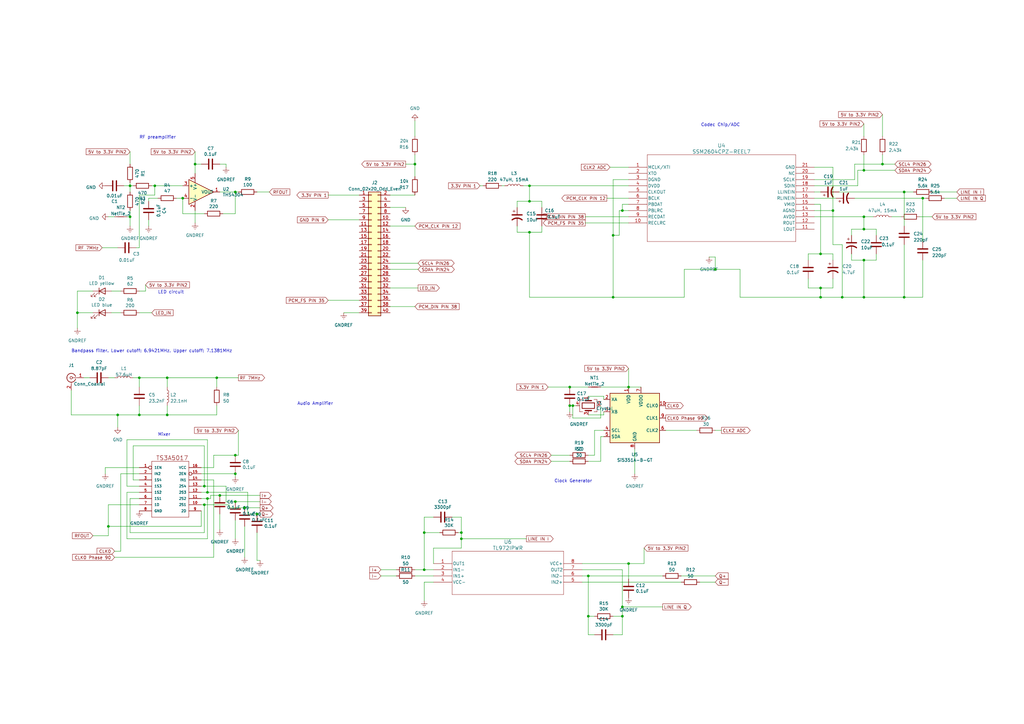
<source format=kicad_sch>
(kicad_sch (version 20230121) (generator eeschema)
  (paper "A3")
  (lib_symbols
    (symbol "2023-05-14_23-19-04:SSM2604CPZ-REEL7" (pin_names (offset 0.254))
      (property "Reference" "U" (at 38.1 10.16 0))
      (property "Value" "SSM2604CPZ-REEL7" (at 38.1 7.62 0))
      (symbol "SSM2604CPZ-REEL7_0_1"
        (pin unspecified line (at 0 0 0) (length 7.62) (name "MCLK/XTI") (number "1"))
        (pin unspecified line (at 0 -22.86 0) (length 7.62) (name "RECLRC") (number "10"))
        (pin unspecified line (at 76.2 -25.4 180) (length 7.62) (name "LOUT") (number "11"))
        (pin unspecified line (at 76.2 -22.86 180) (length 7.62) (name "ROUT") (number "12"))
        (pin power_in line (at 76.2 -20.32 180) (length 7.62) (name "AVDD") (number "13"))
        (pin unspecified line (at 76.2 -17.78 180) (length 7.62) (name "AGND") (number "14"))
        (pin unspecified line (at 76.2 -15.24 180) (length 7.62) (name "VMID") (number "15"))
        (pin unspecified line (at 76.2 -12.7 180) (length 7.62) (name "RLINEIN") (number "16"))
        (pin unspecified line (at 76.2 -10.16 180) (length 7.62) (name "LLINEIN") (number "17"))
        (pin unspecified line (at 76.2 -7.62 180) (length 7.62) (name "SDIN") (number "18"))
        (pin unspecified line (at 76.2 -5.08 180) (length 7.62) (name "SCLK") (number "19"))
        (pin unspecified line (at 0 -2.54 0) (length 7.62) (name "XTO") (number "2"))
        (pin unspecified line (at 76.2 -2.54 180) (length 7.62) (name "NC") (number "20"))
        (pin unspecified line (at 76.2 0 180) (length 7.62) (name "GND") (number "21"))
        (pin unspecified line (at 0 -5.08 0) (length 7.62) (name "DGND") (number "3"))
        (pin power_in line (at 0 -7.62 0) (length 7.62) (name "DVDD") (number "4"))
        (pin unspecified line (at 0 -10.16 0) (length 7.62) (name "CLKOUT") (number "5"))
        (pin unspecified line (at 0 -12.7 0) (length 7.62) (name "BCLK") (number "6"))
        (pin unspecified line (at 0 -15.24 0) (length 7.62) (name "PBDAT") (number "7"))
        (pin unspecified line (at 0 -17.78 0) (length 7.62) (name "PBLRC") (number "8"))
        (pin unspecified line (at 0 -20.32 0) (length 7.62) (name "RECDAT") (number "9"))
      )
    )
    (symbol "2023-05-21_05-51-49:TL972IPWR" (pin_names (offset 0.254))
      (property "Reference" "U" (at 30.48 10.16 0))
      (property "Value" "TL972IPWR" (at 30.48 7.62 0))
      (symbol "TL972IPWR_0_1"
        (pin output line (at 0 0 0) (length 7.62) (name "OUT1") (number "1"))
        (pin input line (at 0 -2.54 0) (length 7.62) (name "IN1-") (number "2"))
        (pin input line (at 0 -5.08 0) (length 7.62) (name "IN1+") (number "3"))
        (pin power_in line (at 0 -7.62 0) (length 7.62) (name "VCC-") (number "4"))
        (pin input line (at 60.96 -7.62 180) (length 7.62) (name "IN2+") (number "5"))
        (pin input line (at 60.96 -5.08 180) (length 7.62) (name "IN2-") (number "6"))
        (pin output line (at 60.96 -2.54 180) (length 7.62) (name "OUT2") (number "7"))
        (pin power_in line (at 60.96 0 180) (length 7.62) (name "VCC+") (number "8"))
      )
    )
    (symbol "Connector:Conn_Coaxial" (pin_names (offset 1.016) hide)
      (property "Reference" "J" (at 0.254 3.048 0))
      (property "Value" "Conn_Coaxial" (at 2.921 0 90))
      (symbol "Conn_Coaxial_1_1"
        (pin passive line (at -5.08 0 0) (length 2.54) (name "In") (number "1"))
        (pin passive line (at 0 -5.08 90) (length 2.54) (name "Ext") (number "2"))
      )
    )
    (symbol "Connector_Generic:Conn_02x20_Odd_Even" (pin_names (offset 1.016) hide)
      (property "Reference" "J" (at 1.27 25.4 0))
      (property "Value" "Conn_02x20_Odd_Even" (at 1.27 -27.94 0))
      (symbol "Conn_02x20_Odd_Even_1_1"
        (pin passive line (at -5.08 22.86 0) (length 3.81) (name "Pin_1") (number "1"))
        (pin passive line (at 7.62 12.7 180) (length 3.81) (name "Pin_10") (number "10"))
        (pin passive line (at -5.08 10.16 0) (length 3.81) (name "Pin_11") (number "11"))
        (pin passive line (at 7.62 10.16 180) (length 3.81) (name "Pin_12") (number "12"))
        (pin passive line (at -5.08 7.62 0) (length 3.81) (name "Pin_13") (number "13"))
        (pin passive line (at 7.62 7.62 180) (length 3.81) (name "Pin_14") (number "14"))
        (pin passive line (at -5.08 5.08 0) (length 3.81) (name "Pin_15") (number "15"))
        (pin passive line (at 7.62 5.08 180) (length 3.81) (name "Pin_16") (number "16"))
        (pin passive line (at -5.08 2.54 0) (length 3.81) (name "Pin_17") (number "17"))
        (pin passive line (at 7.62 2.54 180) (length 3.81) (name "Pin_18") (number "18"))
        (pin passive line (at -5.08 0 0) (length 3.81) (name "Pin_19") (number "19"))
        (pin passive line (at 7.62 22.86 180) (length 3.81) (name "Pin_2") (number "2"))
        (pin passive line (at 7.62 0 180) (length 3.81) (name "Pin_20") (number "20"))
        (pin passive line (at -5.08 -2.54 0) (length 3.81) (name "Pin_21") (number "21"))
        (pin passive line (at 7.62 -2.54 180) (length 3.81) (name "Pin_22") (number "22"))
        (pin passive line (at -5.08 -5.08 0) (length 3.81) (name "Pin_23") (number "23"))
        (pin passive line (at 7.62 -5.08 180) (length 3.81) (name "Pin_24") (number "24"))
        (pin passive line (at -5.08 -7.62 0) (length 3.81) (name "Pin_25") (number "25"))
        (pin passive line (at 7.62 -7.62 180) (length 3.81) (name "Pin_26") (number "26"))
        (pin passive line (at -5.08 -10.16 0) (length 3.81) (name "Pin_27") (number "27"))
        (pin passive line (at 7.62 -10.16 180) (length 3.81) (name "Pin_28") (number "28"))
        (pin passive line (at -5.08 -12.7 0) (length 3.81) (name "Pin_29") (number "29"))
        (pin passive line (at -5.08 20.32 0) (length 3.81) (name "Pin_3") (number "3"))
        (pin passive line (at 7.62 -12.7 180) (length 3.81) (name "Pin_30") (number "30"))
        (pin passive line (at -5.08 -15.24 0) (length 3.81) (name "Pin_31") (number "31"))
        (pin passive line (at 7.62 -15.24 180) (length 3.81) (name "Pin_32") (number "32"))
        (pin passive line (at -5.08 -17.78 0) (length 3.81) (name "Pin_33") (number "33"))
        (pin passive line (at 7.62 -17.78 180) (length 3.81) (name "Pin_34") (number "34"))
        (pin passive line (at -5.08 -20.32 0) (length 3.81) (name "Pin_35") (number "35"))
        (pin passive line (at 7.62 -20.32 180) (length 3.81) (name "Pin_36") (number "36"))
        (pin passive line (at -5.08 -22.86 0) (length 3.81) (name "Pin_37") (number "37"))
        (pin passive line (at 7.62 -22.86 180) (length 3.81) (name "Pin_38") (number "38"))
        (pin passive line (at -5.08 -25.4 0) (length 3.81) (name "Pin_39") (number "39"))
        (pin passive line (at 7.62 20.32 180) (length 3.81) (name "Pin_4") (number "4"))
        (pin passive line (at 7.62 -25.4 180) (length 3.81) (name "Pin_40") (number "40"))
        (pin passive line (at -5.08 17.78 0) (length 3.81) (name "Pin_5") (number "5"))
        (pin passive line (at 7.62 17.78 180) (length 3.81) (name "Pin_6") (number "6"))
        (pin passive line (at -5.08 15.24 0) (length 3.81) (name "Pin_7") (number "7"))
        (pin passive line (at 7.62 15.24 180) (length 3.81) (name "Pin_8") (number "8"))
        (pin passive line (at -5.08 12.7 0) (length 3.81) (name "Pin_9") (number "9"))
      )
    )
    (symbol "Device:C" (pin_numbers hide) (pin_names (offset 0.254))
      (property "Reference" "C" (at 0.635 2.54 0))
      (property "Value" "C" (at 0.635 -2.54 0))
      (symbol "C_1_1"
        (pin passive line (at 0 3.81 270) (length 2.794) (name "~") (number "1"))
        (pin passive line (at 0 -3.81 90) (length 2.794) (name "~") (number "2"))
      )
    )
    (symbol "Device:C_Polarized_US" (pin_numbers hide) (pin_names (offset 0.254) hide)
      (property "Reference" "C" (at 0.635 2.54 0))
      (property "Value" "C_Polarized_US" (at 0.635 -2.54 0))
      (symbol "C_Polarized_US_1_1"
        (pin passive line (at 0 3.81 270) (length 2.794) (name "~") (number "1"))
        (pin passive line (at 0 -3.81 90) (length 3.302) (name "~") (number "2"))
      )
    )
    (symbol "Device:Crystal_GND24" (pin_names (offset 1.016) hide)
      (property "Reference" "Y" (at 3.175 5.08 0))
      (property "Value" "Crystal_GND24" (at 3.175 3.175 0))
      (symbol "Crystal_GND24_1_1"
        (pin passive line (at -3.81 0 0) (length 1.27) (name "1") (number "1"))
        (pin passive line (at 0 5.08 270) (length 1.27) (name "2") (number "2"))
        (pin passive line (at 3.81 0 180) (length 1.27) (name "3") (number "3"))
        (pin passive line (at 0 -5.08 90) (length 1.27) (name "4") (number "4"))
      )
    )
    (symbol "Device:L" (pin_numbers hide) (pin_names (offset 1.016) hide)
      (property "Reference" "L" (at -1.27 0 90))
      (property "Value" "L" (at 1.905 0 90))
      (symbol "L_1_1"
        (pin passive line (at 0 3.81 270) (length 1.27) (name "1") (number "1"))
        (pin passive line (at 0 -3.81 90) (length 1.27) (name "2") (number "2"))
      )
    )
    (symbol "Device:LED" (pin_numbers hide) (pin_names (offset 1.016) hide)
      (property "Reference" "D" (at 0 2.54 0))
      (property "Value" "LED" (at 0 -2.54 0))
      (symbol "LED_1_1"
        (pin passive line (at -3.81 0 0) (length 2.54) (name "K") (number "1"))
        (pin passive line (at 3.81 0 180) (length 2.54) (name "A") (number "2"))
      )
    )
    (symbol "Device:NetTie_2" (pin_numbers hide) (pin_names (offset 0) hide) (in_bom no)
      (property "Reference" "NT" (at 0 1.27 0))
      (property "Value" "NetTie_2" (at 0 -1.27 0))
      (symbol "NetTie_2_1_1"
        (pin passive line (at -2.54 0 0) (length 2.54) (name "1") (number "1"))
        (pin passive line (at 2.54 0 180) (length 2.54) (name "2") (number "2"))
      )
    )
    (symbol "Device:R" (pin_numbers hide) (pin_names (offset 0))
      (property "Reference" "R" (at 2.032 0 90))
      (property "Value" "R" (at 0 0 90))
      (symbol "R_1_1"
        (pin passive line (at 0 3.81 270) (length 1.27) (name "~") (number "1"))
        (pin passive line (at 0 -3.81 90) (length 1.27) (name "~") (number "2"))
      )
    )
    (symbol "Oscillator:Si5351A-B-GT"
      (property "Reference" "U" (at -8.89 11.43 0))
      (property "Value" "Si5351A-B-GT" (at -12.7 -12.7 0))
      (symbol "Si5351A-B-GT_1_1"
        (pin power_in line (at -2.54 12.7 270) (length 2.54) (name "VDD") (number "1"))
        (pin output line (at 12.7 5.08 180) (length 2.54) (name "CLK0") (number "10"))
        (pin input line (at -12.7 7.62 0) (length 2.54) (name "XA") (number "2"))
        (pin input line (at -12.7 2.54 0) (length 2.54) (name "XB") (number "3"))
        (pin input line (at -12.7 -5.08 0) (length 2.54) (name "SCL") (number "4"))
        (pin bidirectional line (at -12.7 -7.62 0) (length 2.54) (name "SDA") (number "5"))
        (pin output line (at 12.7 -5.08 180) (length 2.54) (name "CLK2") (number "6"))
        (pin power_in line (at 2.54 12.7 270) (length 2.54) (name "VDDO") (number "7"))
        (pin power_in line (at 0 -12.7 90) (length 2.54) (name "GND") (number "8"))
        (pin output line (at 12.7 0 180) (length 2.54) (name "CLK1") (number "9"))
      )
    )
    (symbol "bbb-rescue:THS4304-phwllib" (pin_names (offset 0.127))
      (property "Reference" "U" (at 0 6.35 0))
      (property "Value" "THS4304-phwllib" (at 0 3.81 0))
      (symbol "THS4304-phwllib_1_1"
        (pin output line (at 7.62 0 180) (length 2.54) (name "VOUT") (number "1"))
        (pin power_in line (at -2.54 -7.62 90) (length 3.81) (name "V-") (number "2"))
        (pin input line (at -7.62 2.54 0) (length 2.54) (name "+") (number "3"))
        (pin input line (at -7.62 -2.54 0) (length 2.54) (name "-") (number "4"))
        (pin power_in line (at -2.54 7.62 270) (length 3.81) (name "V+") (number "5"))
      )
    )
    (symbol "bbb-rescue:TS3A5017-phwllib" (pin_names (offset 1.016))
      (symbol "TS3A5017-phwllib_1_0"
        (text "TS3A5017" (at 0.762 11.557 0) (effects (font (size 1.778 1.778))))
      )
      (symbol "TS3A5017-phwllib_1_1"
        (pin input inverted (at -12.7 7.62 0) (length 5.08) (name "1EN") (number "1"))
        (pin bidirectional line (at 12.7 -7.62 180) (length 5.08) (name "2S1") (number "10"))
        (pin bidirectional line (at 12.7 -5.08 180) (length 5.08) (name "2S2") (number "11"))
        (pin bidirectional line (at 12.7 -2.54 180) (length 5.08) (name "2S3") (number "12"))
        (pin bidirectional line (at 12.7 0 180) (length 5.08) (name "2S4") (number "13"))
        (pin input line (at 12.7 2.54 180) (length 5.08) (name "IN1") (number "14"))
        (pin input inverted (at 12.7 5.08 180) (length 5.08) (name "2EN") (number "15"))
        (pin power_in line (at 12.7 7.62 180) (length 5.08) (name "VCC") (number "16"))
        (pin input line (at -12.7 5.08 0) (length 5.08) (name "IN2") (number "2"))
        (pin bidirectional line (at -12.7 2.54 0) (length 5.08) (name "1S4") (number "3"))
        (pin bidirectional line (at -12.7 0 0) (length 5.08) (name "1S3") (number "4"))
        (pin bidirectional line (at -12.7 -2.54 0) (length 5.08) (name "1S2") (number "5"))
        (pin bidirectional line (at -12.7 -5.08 0) (length 5.08) (name "1S1") (number "6"))
        (pin bidirectional line (at -12.7 -7.62 0) (length 5.08) (name "1D") (number "7"))
        (pin power_in line (at -12.7 -10.16 0) (length 5.08) (name "GND") (number "8"))
        (pin bidirectional line (at 12.7 -10.16 180) (length 5.08) (name "2D") (number "9"))
      )
    )
    (symbol "power:GND" (power) (pin_names (offset 0))
      (property "Value" "GND" (at 0 -3.81 0))
      (symbol "GND_1_1"
        (pin power_in line (at 0 0 270) (length 0) hide (name "GND") (number "1"))
      )
    )
    (symbol "power:GNDREF" (power) (pin_names (offset 0))
      (property "Value" "GNDREF" (at 0 -3.81 0))
      (symbol "GNDREF_1_1"
        (pin power_in line (at 0 0 270) (length 0) hide (name "GNDREF") (number "1"))
      )
    )
  )
  (junction (at 217.17 95.25))
  (junction (at 173.99 233.68))
  (junction (at 85.09 204.47))
  (junction (at 336.55 118.11))
  (junction (at 96.52 78.74))
  (junction (at 241.3 252.73))
  (junction (at 336.55 104.14))
  (junction (at 85.09 201.93))
  (junction (at 63.5 76.2))
  (junction (at 336.55 121.92))
  (junction (at 80.01 67.31))
  (junction (at 257.81 158.75))
  (junction (at 251.46 121.92))
  (junction (at 31.75 128.27))
  (junction (at 241.3 236.22))
  (junction (at 68.58 154.94))
  (junction (at 345.44 121.92))
  (junction (at 255.27 248.92))
  (junction (at 233.68 158.75))
  (junction (at 354.33 93.98))
  (junction (at 354.33 88.9))
  (junction (at 255.27 86.36))
  (junction (at 83.82 199.39))
  (junction (at 370.84 121.92))
  (junction (at 74.93 81.28))
  (junction (at 173.99 218.44))
  (junction (at 370.84 78.74))
  (junction (at 90.17 203.2))
  (junction (at 105.41 210.82))
  (junction (at 217.17 82.55))
  (junction (at 170.18 67.31))
  (junction (at 189.23 220.98))
  (junction (at 57.15 154.94))
  (junction (at 88.9 154.94))
  (junction (at 378.46 81.28))
  (junction (at 234.95 166.37))
  (junction (at 48.26 170.18))
  (junction (at 96.52 194.31))
  (junction (at 83.82 207.01))
  (junction (at 189.23 218.44))
  (junction (at 57.15 170.18))
  (junction (at 341.63 86.36))
  (junction (at 100.33 208.28))
  (junction (at 354.33 106.68))
  (junction (at 233.68 166.37))
  (junction (at 255.27 252.73))
  (junction (at 354.33 69.85))
  (junction (at 293.37 110.49))
  (junction (at 96.52 186.69))
  (junction (at 96.52 205.74))
  (junction (at 361.95 67.31))
  (junction (at 44.45 215.9))
  (junction (at 354.33 121.92))
  (junction (at 53.34 76.2))
  (junction (at 53.34 88.9))
  (junction (at 217.17 76.2))
  (junction (at 251.46 96.52))
  (junction (at 68.58 170.18))
  (junction (at 257.81 231.14))
  (wire (pts (xy 247.65 168.91) (xy 247.65 170.18)))
  (wire (pts (xy 255.27 233.68) (xy 255.27 248.92)))
  (wire (pts (xy 101.6 201.93) (xy 101.6 210.82)))
  (wire (pts (xy 262.89 158.75) (xy 257.81 158.75)))
  (wire (pts (xy 173.99 212.09) (xy 173.99 218.44)))
  (wire (pts (xy 370.84 121.92) (xy 378.46 121.92)))
  (wire (pts (xy 59.69 116.84) (xy 59.69 119.38)))
  (wire (pts (xy 44.45 88.9) (xy 46.99 88.9)))
  (wire (pts (xy 96.52 205.74) (xy 106.68 205.74)))
  (wire (pts (xy 38.1 219.71) (xy 44.45 219.71)))
  (wire (pts (xy 350.52 67.31) (xy 350.52 73.66)))
  (wire (pts (xy 57.15 201.93) (xy 52.07 201.93)))
  (wire (pts (xy 53.34 218.44) (xy 83.82 218.44)))
  (wire (pts (xy 96.52 213.36) (xy 96.52 220.98)))
  (wire (pts (xy 83.82 87.63) (xy 74.93 87.63)))
  (wire (pts (xy 255.27 248.92) (xy 271.78 248.92)))
  (wire (pts (xy 251.46 121.92) (xy 280.67 121.92)))
  (wire (pts (xy 82.55 199.39) (xy 83.82 199.39)))
  (wire (pts (xy 85.09 201.93) (xy 101.6 201.93)))
  (wire (pts (xy 156.21 233.68) (xy 162.56 233.68)))
  (wire (pts (xy 87.63 191.77) (xy 82.55 191.77)))
  (wire (pts (xy 354.33 50.8) (xy 354.33 55.88)))
  (wire (pts (xy 240.03 88.9) (xy 257.81 88.9)))
  (wire (pts (xy 43.18 191.77) (xy 43.18 194.31)))
  (wire (pts (xy 57.15 170.18) (xy 48.26 170.18)))
  (wire (pts (xy 349.25 106.68) (xy 354.33 106.68)))
  (wire (pts (xy 351.79 69.85) (xy 354.33 69.85)))
  (wire (pts (xy 334.01 81.28) (xy 342.9 81.28)))
  (wire (pts (xy 205.74 76.2) (xy 207.01 76.2)))
  (wire (pts (xy 260.35 184.15) (xy 260.35 194.31)))
  (wire (pts (xy 354.33 106.68) (xy 359.41 106.68)))
  (wire (pts (xy 354.33 88.9) (xy 354.33 93.98)))
  (wire (pts (xy 160.02 110.49) (xy 171.45 110.49)))
  (wire (pts (xy 241.3 260.35) (xy 243.84 260.35)))
  (wire (pts (xy 160.02 80.01) (xy 170.18 80.01)))
  (wire (pts (xy 177.8 224.79) (xy 177.8 231.14)))
  (wire (pts (xy 105.41 78.74) (xy 110.49 78.74)))
  (wire (pts (xy 255.27 86.36) (xy 257.81 86.36)))
  (wire (pts (xy 62.23 76.2) (xy 63.5 76.2)))
  (wire (pts (xy 303.53 121.92) (xy 303.53 110.49)))
  (wire (pts (xy 365.76 88.9) (xy 369.57 88.9)))
  (wire (pts (xy 57.15 80.01) (xy 63.5 80.01)))
  (wire (pts (xy 341.63 118.11) (xy 341.63 114.3)))
  (wire (pts (xy 257.81 231.14) (xy 257.81 237.49)))
  (wire (pts (xy 54.61 154.94) (xy 57.15 154.94)))
  (wire (pts (xy 173.99 218.44) (xy 173.99 233.68)))
  (wire (pts (xy 241.3 236.22) (xy 271.78 236.22)))
  (wire (pts (xy 361.95 63.5) (xy 361.95 67.31)))
  (wire (pts (xy 63.5 80.01) (xy 63.5 76.2)))
  (wire (pts (xy 53.34 62.23) (xy 53.34 67.31)))
  (wire (pts (xy 90.17 78.74) (xy 96.52 78.74)))
  (wire (pts (xy 293.37 110.49) (xy 303.53 110.49)))
  (wire (pts (xy 212.09 85.09) (xy 212.09 82.55)))
  (wire (pts (xy 38.1 128.27) (xy 31.75 128.27)))
  (wire (pts (xy 280.67 121.92) (xy 280.67 110.49)))
  (wire (pts (xy 280.67 110.49) (xy 293.37 110.49)))
  (wire (pts (xy 264.16 224.79) (xy 264.16 231.14)))
  (wire (pts (xy 52.07 199.39) (xy 52.07 180.34)))
  (wire (pts (xy 378.46 81.28) (xy 350.52 81.28)))
  (wire (pts (xy 238.76 233.68) (xy 255.27 233.68)))
  (wire (pts (xy 88.9 154.94) (xy 97.79 154.94)))
  (wire (pts (xy 217.17 95.25) (xy 217.17 121.92)))
  (wire (pts (xy 160.02 92.71) (xy 170.18 92.71)))
  (wire (pts (xy 82.55 201.93) (xy 85.09 201.93)))
  (wire (pts (xy 331.47 114.3) (xy 331.47 118.11)))
  (wire (pts (xy 361.95 67.31) (xy 367.03 67.31)))
  (wire (pts (xy 217.17 95.25) (xy 222.25 95.25)))
  (wire (pts (xy 378.46 81.28) (xy 378.46 99.06)))
  (wire (pts (xy 29.21 170.18) (xy 29.21 160.02)))
  (wire (pts (xy 217.17 82.55) (xy 222.25 82.55)))
  (wire (pts (xy 44.45 207.01) (xy 44.45 215.9)))
  (wire (pts (xy 382.27 78.74) (xy 392.43 78.74)))
  (wire (pts (xy 345.44 121.92) (xy 336.55 121.92)))
  (wire (pts (xy 52.07 88.9) (xy 53.34 88.9)))
  (wire (pts (xy 361.95 46.99) (xy 361.95 55.88)))
  (wire (pts (xy 217.17 76.2) (xy 257.81 76.2)))
  (wire (pts (xy 87.63 186.69) (xy 87.63 191.77)))
  (wire (pts (xy 350.52 67.31) (xy 361.95 67.31)))
  (wire (pts (xy 80.01 62.23) (xy 80.01 67.31)))
  (wire (pts (xy 173.99 218.44) (xy 180.34 218.44)))
  (wire (pts (xy 246.38 158.75) (xy 257.81 158.75)))
  (wire (pts (xy 345.44 100.33) (xy 345.44 121.92)))
  (wire (pts (xy 334.01 86.36) (xy 341.63 86.36)))
  (wire (pts (xy 255.27 248.92) (xy 255.27 252.73)))
  (wire (pts (xy 350.52 73.66) (xy 334.01 73.66)))
  (wire (pts (xy 96.52 87.63) (xy 96.52 78.74)))
  (wire (pts (xy 57.15 154.94) (xy 68.58 154.94)))
  (wire (pts (xy 226.06 186.69) (xy 233.68 186.69)))
  (wire (pts (xy 53.34 204.47) (xy 53.34 218.44)))
  (wire (pts (xy 170.18 236.22) (xy 177.8 236.22)))
  (wire (pts (xy 246.38 189.23) (xy 246.38 179.07)))
  (wire (pts (xy 48.26 170.18) (xy 29.21 170.18)))
  (wire (pts (xy 46.99 226.06) (xy 49.53 226.06)))
  (wire (pts (xy 134.62 90.17) (xy 147.32 90.17)))
  (wire (pts (xy 93.98 207.01) (xy 93.98 208.28)))
  (wire (pts (xy 170.18 67.31) (xy 170.18 72.39)))
  (wire (pts (xy 31.75 119.38) (xy 31.75 128.27)))
  (wire (pts (xy 331.47 118.11) (xy 336.55 118.11)))
  (wire (pts (xy 334.01 88.9) (xy 354.33 88.9)))
  (wire (pts (xy 74.93 87.63) (xy 74.93 81.28)))
  (wire (pts (xy 43.18 191.77) (xy 57.15 191.77)))
  (wire (pts (xy 351.79 76.2) (xy 334.01 76.2)))
  (wire (pts (xy 92.71 205.74) (xy 96.52 205.74)))
  (wire (pts (xy 214.63 76.2) (xy 217.17 76.2)))
  (wire (pts (xy 354.33 121.92) (xy 345.44 121.92)))
  (wire (pts (xy 334.01 78.74) (xy 336.55 78.74)))
  (wire (pts (xy 349.25 96.52) (xy 349.25 93.98)))
  (wire (pts (xy 49.53 194.31) (xy 57.15 194.31)))
  (wire (pts (xy 336.55 104.14) (xy 331.47 104.14)))
  (wire (pts (xy 140.97 128.27) (xy 147.32 128.27)))
  (wire (pts (xy 246.38 166.37) (xy 246.38 171.45)))
  (wire (pts (xy 233.68 158.75) (xy 241.3 158.75)))
  (wire (pts (xy 341.63 106.68) (xy 341.63 104.14)))
  (wire (pts (xy 238.76 238.76) (xy 279.4 238.76)))
  (wire (pts (xy 257.81 151.13) (xy 257.81 158.75)))
  (wire (pts (xy 243.84 176.53) (xy 243.84 186.69)))
  (wire (pts (xy 60.96 90.17) (xy 60.96 92.71)))
  (wire (pts (xy 83.82 207.01) (xy 93.98 207.01)))
  (wire (pts (xy 255.27 252.73) (xy 255.27 260.35)))
  (wire (pts (xy 189.23 218.44) (xy 189.23 220.98)))
  (wire (pts (xy 68.58 154.94) (xy 68.58 158.75)))
  (wire (pts (xy 233.68 166.37) (xy 233.68 168.91)))
  (wire (pts (xy 53.34 76.2) (xy 54.61 76.2)))
  (wire (pts (xy 212.09 95.25) (xy 217.17 95.25)))
  (wire (pts (xy 156.21 236.22) (xy 162.56 236.22)))
  (wire (pts (xy 379.73 81.28) (xy 378.46 81.28)))
  (wire (pts (xy 86.36 204.47) (xy 85.09 204.47)))
  (wire (pts (xy 378.46 106.68) (xy 378.46 121.92)))
  (wire (pts (xy 349.25 93.98) (xy 354.33 93.98)))
  (wire (pts (xy 44.45 219.71) (xy 44.45 215.9)))
  (wire (pts (xy 354.33 63.5) (xy 354.33 69.85)))
  (wire (pts (xy 354.33 121.92) (xy 370.84 121.92)))
  (wire (pts (xy 166.37 67.31) (xy 170.18 67.31)))
  (wire (pts (xy 85.09 180.34) (xy 85.09 201.93)))
  (wire (pts (xy 57.15 128.27) (xy 62.23 128.27)))
  (wire (pts (xy 90.17 210.82) (xy 90.17 217.17)))
  (wire (pts (xy 246.38 171.45) (xy 234.95 171.45)))
  (wire (pts (xy 217.17 76.2) (xy 217.17 82.55)))
  (wire (pts (xy 254 86.36) (xy 254 96.52)))
  (wire (pts (xy 87.63 196.85) (xy 87.63 228.6)))
  (wire (pts (xy 87.63 186.69) (xy 96.52 186.69)))
  (wire (pts (xy 257.81 83.82) (xy 255.27 83.82)))
  (wire (pts (xy 222.25 85.09) (xy 222.25 82.55)))
  (wire (pts (xy 173.99 246.38) (xy 173.99 238.76)))
  (wire (pts (xy 83.82 182.88) (xy 83.82 199.39)))
  (wire (pts (xy 170.18 233.68) (xy 173.99 233.68)))
  (wire (pts (xy 97.79 176.53) (xy 97.79 186.69)))
  (wire (pts (xy 341.63 86.36) (xy 341.63 68.58)))
  (wire (pts (xy 250.19 68.58) (xy 257.81 68.58)))
  (wire (pts (xy 44.45 215.9) (xy 82.55 215.9)))
  (wire (pts (xy 344.17 78.74) (xy 370.84 78.74)))
  (wire (pts (xy 100.33 215.9) (xy 100.33 228.6)))
  (wire (pts (xy 45.72 119.38) (xy 49.53 119.38)))
  (wire (pts (xy 341.63 104.14) (xy 336.55 104.14)))
  (wire (pts (xy 354.33 88.9) (xy 358.14 88.9)))
  (wire (pts (xy 189.23 220.98) (xy 189.23 224.79)))
  (wire (pts (xy 90.17 203.2) (xy 106.68 203.2)))
  (wire (pts (xy 83.82 199.39) (xy 92.71 199.39)))
  (wire (pts (xy 234.95 171.45) (xy 234.95 166.37)))
  (wire (pts (xy 331.47 104.14) (xy 331.47 106.68)))
  (wire (pts (xy 82.55 67.31) (xy 80.01 67.31)))
  (wire (pts (xy 251.46 252.73) (xy 255.27 252.73)))
  (wire (pts (xy 34.29 154.94) (xy 36.83 154.94)))
  (wire (pts (xy 354.33 93.98) (xy 359.41 93.98)))
  (wire (pts (xy 85.09 220.98) (xy 85.09 204.47)))
  (wire (pts (xy 177.8 233.68) (xy 173.99 233.68)))
  (wire (pts (xy 53.34 76.2) (xy 53.34 74.93)))
  (wire (pts (xy 359.41 96.52) (xy 359.41 93.98)))
  (wire (pts (xy 86.36 203.2) (xy 90.17 203.2)))
  (wire (pts (xy 241.3 252.73) (xy 241.3 260.35)))
  (wire (pts (xy 54.61 182.88) (xy 83.82 182.88)))
  (wire (pts (xy 177.8 212.09) (xy 173.99 212.09)))
  (wire (pts (xy 88.9 154.94) (xy 88.9 158.75)))
  (wire (pts (xy 60.96 81.28) (xy 60.96 82.55)))
  (wire (pts (xy 105.41 218.44) (xy 105.41 229.87)))
  (wire (pts (xy 82.55 196.85) (xy 87.63 196.85)))
  (wire (pts (xy 241.3 236.22) (xy 241.3 252.73)))
  (wire (pts (xy 96.52 78.74) (xy 97.79 78.74)))
  (wire (pts (xy 251.46 73.66) (xy 251.46 96.52)))
  (wire (pts (xy 248.92 81.28) (xy 257.81 81.28)))
  (wire (pts (xy 370.84 100.33) (xy 370.84 121.92)))
  (wire (pts (xy 234.95 166.37) (xy 233.68 166.37)))
  (wire (pts (xy 290.83 105.41) (xy 293.37 105.41)))
  (wire (pts (xy 50.8 76.2) (xy 53.34 76.2)))
  (wire (pts (xy 160.02 107.95) (xy 171.45 107.95)))
  (wire (pts (xy 160.02 85.09) (xy 166.37 85.09)))
  (wire (pts (xy 68.58 170.18) (xy 68.58 166.37)))
  (wire (pts (xy 49.53 194.31) (xy 49.53 226.06)))
  (wire (pts (xy 48.26 170.18) (xy 48.26 175.26)))
  (wire (pts (xy 46.99 228.6) (xy 87.63 228.6)))
  (wire (pts (xy 251.46 96.52) (xy 251.46 121.92)))
  (wire (pts (xy 68.58 154.94) (xy 88.9 154.94)))
  (wire (pts (xy 160.02 118.11) (xy 171.45 118.11)))
  (wire (pts (xy 96.52 195.58) (xy 96.52 194.31)))
  (wire (pts (xy 293.37 105.41) (xy 293.37 110.49)))
  (wire (pts (xy 57.15 199.39) (xy 52.07 199.39)))
  (wire (pts (xy 88.9 170.18) (xy 68.58 170.18)))
  (wire (pts (xy 212.09 95.25) (xy 212.09 92.71)))
  (wire (pts (xy 55.88 101.6) (xy 57.15 101.6)))
  (wire (pts (xy 57.15 196.85) (xy 54.61 196.85)))
  (wire (pts (xy 53.34 88.9) (xy 53.34 92.71)))
  (wire (pts (xy 134.62 80.01) (xy 147.32 80.01)))
  (wire (pts (xy 354.33 69.85) (xy 367.03 69.85)))
  (wire (pts (xy 53.34 78.74) (xy 53.34 76.2)))
  (wire (pts (xy 92.71 199.39) (xy 92.71 205.74)))
  (wire (pts (xy 241.3 252.73) (xy 243.84 252.73)))
  (wire (pts (xy 68.58 170.18) (xy 57.15 170.18)))
  (wire (pts (xy 53.34 86.36) (xy 53.34 88.9)))
  (wire (pts (xy 105.41 229.87) (xy 106.68 229.87)))
  (wire (pts (xy 196.85 76.2) (xy 198.12 76.2)))
  (wire (pts (xy 82.55 194.31) (xy 96.52 194.31)))
  (wire (pts (xy 57.15 101.6) (xy 57.15 80.01)))
  (wire (pts (xy 52.07 201.93) (xy 52.07 220.98)))
  (wire (pts (xy 31.75 128.27) (xy 31.75 134.62)))
  (wire (pts (xy 185.42 212.09) (xy 189.23 212.09)))
  (wire (pts (xy 49.53 128.27) (xy 45.72 128.27)))
  (wire (pts (xy 92.71 67.31) (xy 92.71 68.58)))
  (wire (pts (xy 173.99 238.76) (xy 177.8 238.76)))
  (wire (pts (xy 57.15 119.38) (xy 59.69 119.38)))
  (wire (pts (xy 74.93 81.28) (xy 72.39 81.28)))
  (wire (pts (xy 241.3 186.69) (xy 243.84 186.69)))
  (wire (pts (xy 354.33 106.68) (xy 354.33 121.92)))
  (wire (pts (xy 189.23 220.98) (xy 215.9 220.98)))
  (wire (pts (xy 38.1 119.38) (xy 31.75 119.38)))
  (wire (pts (xy 254 86.36) (xy 255.27 86.36)))
  (wire (pts (xy 351.79 69.85) (xy 351.79 76.2)))
  (wire (pts (xy 106.68 210.82) (xy 105.41 210.82)))
  (wire (pts (xy 257.81 231.14) (xy 264.16 231.14)))
  (wire (pts (xy 97.79 186.69) (xy 96.52 186.69)))
  (wire (pts (xy 64.77 81.28) (xy 60.96 81.28)))
  (wire (pts (xy 57.15 154.94) (xy 57.15 158.75)))
  (wire (pts (xy 336.55 83.82) (xy 336.55 104.14)))
  (wire (pts (xy 251.46 96.52) (xy 254 96.52)))
  (wire (pts (xy 370.84 78.74) (xy 374.65 78.74)))
  (wire (pts (xy 100.33 208.28) (xy 106.68 208.28)))
  (wire (pts (xy 63.5 76.2) (xy 74.93 76.2)))
  (wire (pts (xy 170.18 63.5) (xy 170.18 67.31)))
  (wire (pts (xy 341.63 100.33) (xy 345.44 100.33)))
  (wire (pts (xy 293.37 176.53) (xy 295.91 176.53)))
  (wire (pts (xy 177.8 224.79) (xy 189.23 224.79)))
  (wire (pts (xy 222.25 92.71) (xy 222.25 95.25)))
  (wire (pts (xy 336.55 83.82) (xy 334.01 83.82)))
  (wire (pts (xy 189.23 212.09) (xy 189.23 218.44)))
  (wire (pts (xy 52.07 220.98) (xy 85.09 220.98)))
  (wire (pts (xy 91.44 87.63) (xy 96.52 87.63)))
  (wire (pts (xy 41.91 101.6) (xy 48.26 101.6)))
  (wire (pts (xy 359.41 104.14) (xy 359.41 106.68)))
  (wire (pts (xy 57.15 204.47) (xy 53.34 204.47)))
  (wire (pts (xy 377.19 88.9) (xy 382.27 88.9)))
  (wire (pts (xy 241.3 189.23) (xy 246.38 189.23)))
  (wire (pts (xy 93.98 208.28) (xy 100.33 208.28)))
  (wire (pts (xy 82.55 207.01) (xy 83.82 207.01)))
  (wire (pts (xy 336.55 118.11) (xy 341.63 118.11)))
  (wire (pts (xy 212.09 82.55) (xy 217.17 82.55)))
  (wire (pts (xy 80.01 67.31) (xy 80.01 71.12)))
  (wire (pts (xy 336.55 121.92) (xy 336.55 118.11)))
  (wire (pts (xy 54.61 196.85) (xy 54.61 182.88)))
  (wire (pts (xy 52.07 180.34) (xy 85.09 180.34)))
  (wire (pts (xy 251.46 260.35) (xy 255.27 260.35)))
  (wire (pts (xy 224.79 158.75) (xy 233.68 158.75)))
  (wire (pts (xy 160.02 125.73) (xy 170.18 125.73)))
  (wire (pts (xy 341.63 68.58) (xy 334.01 68.58)))
  (wire (pts (xy 170.18 55.88) (xy 170.18 49.53)))
  (wire (pts (xy 134.62 123.19) (xy 147.32 123.19)))
  (wire (pts (xy 46.99 154.94) (xy 44.45 154.94)))
  (wire (pts (xy 387.35 81.28) (xy 392.43 81.28)))
  (wire (pts (xy 90.17 67.31) (xy 92.71 67.31)))
  (wire (pts (xy 247.65 162.56) (xy 247.65 163.83)))
  (wire (pts (xy 287.02 238.76) (xy 293.37 238.76)))
  (wire (pts (xy 246.38 179.07) (xy 247.65 179.07)))
  (wire (pts (xy 217.17 121.92) (xy 251.46 121.92)))
  (wire (pts (xy 57.15 207.01) (xy 44.45 207.01)))
  (wire (pts (xy 101.6 210.82) (xy 105.41 210.82)))
  (wire (pts (xy 80.01 91.44) (xy 80.01 86.36)))
  (wire (pts (xy 86.36 203.2) (xy 86.36 204.47)))
  (wire (pts (xy 88.9 166.37) (xy 88.9 170.18)))
  (wire (pts (xy 243.84 176.53) (xy 247.65 176.53)))
  (wire (pts (xy 370.84 78.74) (xy 370.84 92.71)))
  (wire (pts (xy 238.76 231.14) (xy 257.81 231.14)))
  (wire (pts (xy 240.03 91.44) (xy 257.81 91.44)))
  (wire (pts (xy 187.96 218.44) (xy 189.23 218.44)))
  (wire (pts (xy 341.63 86.36) (xy 341.63 100.33)))
  (wire (pts (xy 255.27 83.82) (xy 255.27 86.36)))
  (wire (pts (xy 247.65 170.18) (xy 241.3 170.18)))
  (wire (pts (xy 82.55 215.9) (xy 82.55 209.55)))
  (wire (pts (xy 85.09 204.47) (xy 82.55 204.47)))
  (wire (pts (xy 241.3 236.22) (xy 238.76 236.22)))
  (wire (pts (xy 336.55 121.92) (xy 303.53 121.92)))
  (wire (pts (xy 236.22 166.37) (xy 234.95 166.37)))
  (wire (pts (xy 349.25 106.68) (xy 349.25 104.14)))
  (wire (pts (xy 257.81 73.66) (xy 251.46 73.66)))
  (wire (pts (xy 226.06 189.23) (xy 233.68 189.23)))
  (wire (pts (xy 285.75 176.53) (xy 273.05 176.53)))
  (wire (pts (xy 241.3 162.56) (xy 247.65 162.56)))
  (wire (pts (xy 57.15 170.18) (xy 57.15 166.37)))
  (wire (pts (xy 83.82 218.44) (xy 83.82 207.01)))
  (wire (pts (xy 279.4 236.22) (xy 293.37 236.22)))
  (text "Codec Chip/ADC" (at 303.53 52.07 0) (effects (font (size 1.27 1.27)) (justify right bottom)))
  (text "Audio Amplifier" (at 121.92 166.37 0) (effects (font (size 1.27 1.27)) (justify left bottom)))
  (text "Clock Generator" (at 227.33 198.12 0) (effects (font (size 1.27 1.27)) (justify left bottom)))
  (text "RF preamplifier" (at 57.15 57.15 0) (effects (font (size 1.27 1.27)) (justify left bottom)))
  (text "LED circuit" (at 64.77 120.65 0) (effects (font (size 1.27 1.27)) (justify left bottom)))
  (text "Mixer" (at 64.77 179.07 0) (effects (font (size 1.27 1.27)) (justify left bottom)))
  (text "Bandpass filter. Lower cutoff: 6.9421MHz. Upper cutoff: 7.1381MHz" (at 95.25 144.78 0) (effects (font (size 1.27 1.27)) (justify right bottom)))
  (global_label "5V to 3.3V PIN2" (shape input) (at 97.79 176.53 180) (property "Intersheetrefs" "${INTERSHEET_REFS}" (effects hide)))
  (global_label "RFOUT" (shape input) (at 110.49 78.74 0) (property "Intersheetrefs" "${INTERSHEET_REFS}" (effects hide)))
  (global_label "SDA4 PIN24" (shape bidirectional) (at 226.06 189.23 180) (property "Intersheetrefs" "${INTERSHEET_REFS}" (effects hide)))
  (global_label "LINE IN Q" (shape input) (at 392.43 81.28 0) (property "Intersheetrefs" "${INTERSHEET_REFS}" (effects hide)))
  (global_label "LED_IN" (shape input) (at 62.23 128.27 0) (property "Intersheetrefs" "${INTERSHEET_REFS}" (effects hide)))
  (global_label "LED_IN" (shape output) (at 171.45 118.11 0) (property "Intersheetrefs" "${INTERSHEET_REFS}" (effects hide)))
  (global_label "Q-" (shape input) (at 293.37 238.76 0) (property "Intersheetrefs" "${INTERSHEET_REFS}" (effects hide)))
  (global_label "Q-" (shape output) (at 106.68 210.82 0) (property "Intersheetrefs" "${INTERSHEET_REFS}" (effects hide)))
  (global_label "LINE IN Q" (shape output) (at 271.78 248.92 0) (property "Intersheetrefs" "${INTERSHEET_REFS}" (effects hide)))
  (global_label "SCL4 PIN26" (shape bidirectional) (at 367.03 67.31 0) (property "Intersheetrefs" "${INTERSHEET_REFS}" (effects hide)))
  (global_label "3.3V PIN 1" (shape input) (at 196.85 76.2 180) (property "Intersheetrefs" "${INTERSHEET_REFS}" (effects hide)))
  (global_label "Q+" (shape input) (at 293.37 236.22 0) (property "Intersheetrefs" "${INTERSHEET_REFS}" (effects hide)))
  (global_label "PCM_CLK PIN 12" (shape output) (at 248.92 81.28 180) (property "Intersheetrefs" "${INTERSHEET_REFS}" (effects hide)))
  (global_label "I-" (shape input) (at 156.21 236.22 180) (property "Intersheetrefs" "${INTERSHEET_REFS}" (effects hide)))
  (global_label "PCM_CLK PIN 12" (shape input) (at 170.18 92.71 0) (property "Intersheetrefs" "${INTERSHEET_REFS}" (effects hide)))
  (global_label "PCM_FS PIN 35" (shape input) (at 134.62 123.19 180) (property "Intersheetrefs" "${INTERSHEET_REFS}" (effects hide)))
  (global_label "CLK0" (shape output) (at 273.05 166.37 0) (property "Intersheetrefs" "${INTERSHEET_REFS}" (effects hide)))
  (global_label "RFOUT" (shape input) (at 38.1 219.71 180) (property "Intersheetrefs" "${INTERSHEET_REFS}" (effects hide)))
  (global_label "RF 7MHz" (shape input) (at 41.91 101.6 180) (property "Intersheetrefs" "${INTERSHEET_REFS}" (effects hide)))
  (global_label "5V to 3.3V PIN2" (shape output) (at 166.37 67.31 180) (property "Intersheetrefs" "${INTERSHEET_REFS}" (effects hide)))
  (global_label "I+" (shape input) (at 156.21 233.68 180) (property "Intersheetrefs" "${INTERSHEET_REFS}" (effects hide)))
  (global_label "CLK2 ADC" (shape output) (at 295.91 176.53 0) (property "Intersheetrefs" "${INTERSHEET_REFS}" (effects hide)))
  (global_label "CLK0 Phase 90" (shape output) (at 273.05 171.45 0) (property "Intersheetrefs" "${INTERSHEET_REFS}" (effects hide)))
  (global_label "PCM_DIN PIN 38" (shape output) (at 240.03 88.9 180) (property "Intersheetrefs" "${INTERSHEET_REFS}" (effects hide)))
  (global_label "SCL4 PIN26" (shape bidirectional) (at 226.06 186.69 180) (property "Intersheetrefs" "${INTERSHEET_REFS}" (effects hide)))
  (global_label "5V to 3.3V PIN2" (shape input) (at 264.16 224.79 0) (property "Intersheetrefs" "${INTERSHEET_REFS}" (effects hide)))
  (global_label "PCM_FS PIN 35" (shape output) (at 240.03 91.44 180) (property "Intersheetrefs" "${INTERSHEET_REFS}" (effects hide)))
  (global_label "SDA4 PIN24" (shape bidirectional) (at 367.03 69.85 0) (property "Intersheetrefs" "${INTERSHEET_REFS}" (effects hide)))
  (global_label "Q+" (shape output) (at 106.68 208.28 0) (property "Intersheetrefs" "${INTERSHEET_REFS}" (effects hide)))
  (global_label "5V to 3.3V PIN2" (shape input) (at 80.01 62.23 180) (property "Intersheetrefs" "${INTERSHEET_REFS}" (effects hide)))
  (global_label "I+" (shape output) (at 106.68 203.2 0) (property "Intersheetrefs" "${INTERSHEET_REFS}" (effects hide)))
  (global_label "PCM_DIN PIN 38" (shape input) (at 170.18 125.73 0) (property "Intersheetrefs" "${INTERSHEET_REFS}" (effects hide)))
  (global_label "SCL4 PIN26" (shape bidirectional) (at 171.45 107.95 0) (property "Intersheetrefs" "${INTERSHEET_REFS}" (effects hide)))
  (global_label "5V to 3.3V PIN2" (shape input) (at 382.27 88.9 0) (property "Intersheetrefs" "${INTERSHEET_REFS}" (effects hide)))
  (global_label "5V to 3.3V PIN2" (shape input) (at 354.33 50.8 180) (property "Intersheetrefs" "${INTERSHEET_REFS}" (effects hide)))
  (global_label "5V to 3.3V PIN2" (shape input) (at 257.81 151.13 180) (property "Intersheetrefs" "${INTERSHEET_REFS}" (effects hide)))
  (global_label "3.3V PIN 1" (shape input) (at 224.79 158.75 180) (property "Intersheetrefs" "${INTERSHEET_REFS}" (effects hide)))
  (global_label "I-" (shape output) (at 106.68 205.74 0) (property "Intersheetrefs" "${INTERSHEET_REFS}" (effects hide)))
  (global_label "CLK2 ADC" (shape input) (at 250.19 68.58 180) (property "Intersheetrefs" "${INTERSHEET_REFS}" (effects hide)))
  (global_label "LINE IN I" (shape input) (at 392.43 78.74 0) (property "Intersheetrefs" "${INTERSHEET_REFS}" (effects hide)))
  (global_label "5V to 3.3V PIN2" (shape input) (at 361.95 46.99 180) (property "Intersheetrefs" "${INTERSHEET_REFS}" (effects hide)))
  (global_label "3.3V PIN 1" (shape output) (at 134.62 80.01 180) (property "Intersheetrefs" "${INTERSHEET_REFS}" (effects hide)))
  (global_label "GND PIN 9" (shape input) (at 134.62 90.17 180) (property "Intersheetrefs" "${INTERSHEET_REFS}" (effects hide)))
  (global_label "SDA4 PIN24" (shape bidirectional) (at 171.45 110.49 0) (property "Intersheetrefs" "${INTERSHEET_REFS}" (effects hide)))
  (global_label "LINE IN I" (shape output) (at 215.9 220.98 0) (property "Intersheetrefs" "${INTERSHEET_REFS}" (effects hide)))
  (global_label "CLK0 Phase 90" (shape input) (at 46.99 228.6 180) (property "Intersheetrefs" "${INTERSHEET_REFS}" (effects hide)))
  (global_label "5V to 3.3V PIN2" (shape input) (at 59.69 116.84 0) (property "Intersheetrefs" "${INTERSHEET_REFS}" (effects hide)))
  (global_label "5V to 3.3V PIN2" (shape input) (at 53.34 62.23 180) (property "Intersheetrefs" "${INTERSHEET_REFS}" (effects hide)))
  (global_label "RF 7MHz" (shape output) (at 97.79 154.94 0) (property "Intersheetrefs" "${INTERSHEET_REFS}" (effects hide)))
  (global_label "CLK0" (shape input) (at 46.99 226.06 180) (property "Intersheetrefs" "${INTERSHEET_REFS}" (effects hide)))
  (symbol (lib_id "Device:C") (at 257.81 241.3 0) (unit 1)
    (property "Reference" "C12" (at 260.731 240.1316 0) (effects (justify left)))
    (property "Value" "0.1uF" (at 260.731 242.443 0) (effects (justify left)))
    (property "Footprint" "Capacitor_SMD:C_1206_3216Metric" (effects hide))
    (property "Type" "CC0805KRX7R9BB104" (effects hide))
  )
  (symbol (lib_id "2023-05-21_05-51-49:TL972IPWR") (at 177.8 231.14 0) (unit 1)
    (property "Reference" "U6" (at 208.28 222.25 0) (effects (font (size 1.524 1.524))))
    (property "Value" "TL972IPWR" (at 208.28 224.79 0) (effects (font (size 1.524 1.524))))
    (property "Footprint" "opamp_adc:PW8" (effects hide))
    (property "Datasheet" "TL972IPWR" (effects hide))
  )
  (symbol (lib_id "Device:R") (at 53.34 82.55 180) (unit 1)
    (property "Reference" "R2" (at 58.5978 82.55 90))
    (property "Value" "470" (at 56.2864 82.55 90))
    (property "Footprint" "Resistor_SMD:R_1206_3216Metric" (effects hide))
    (property "Type" "TC0525F4700T5E" (effects hide))
  )
  (symbol (lib_id "Device:C") (at 331.47 110.49 0) (unit 1)
    (property "Reference" "C18" (at 323.85 109.22 0) (effects (justify left)))
    (property "Value" "0.1uF" (at 322.58 111.76 0) (effects (justify left)))
    (property "Footprint" "Capacitor_SMD:C_1206_3216Metric" (effects hide))
  )
  (symbol (lib_id "Device:C_Polarized_US") (at 340.36 78.74 90) (unit 1)
    (property "Reference" "C19" (at 339.725 72.39 90))
    (property "Value" "1uF" (at 339.725 74.93 90))
    (property "Footprint" "Capacitor_SMD:C_1206_3216Metric" (effects hide))
  )
  (symbol (lib_id "Device:R") (at 237.49 189.23 90) (unit 1)
    (property "Reference" "R20" (at 237.49 184.15 90))
    (property "Value" "30" (at 237.49 186.69 90))
    (property "Footprint" "Resistor_SMD:R_1206_3216Metric" (effects hide))
  )
  (symbol (lib_id "Device:R") (at 354.33 59.69 0) (unit 1)
    (property "Reference" "R21" (at 349.25 58.42 0) (effects (justify left)))
    (property "Value" "2.43k" (at 346.71 60.96 0) (effects (justify left)))
    (property "Footprint" "Resistor_SMD:R_1206_3216Metric" (effects hide))
  )
  (symbol (lib_id "Device:R") (at 289.56 176.53 90) (unit 1)
    (property "Reference" "R26" (at 289.56 171.45 90))
    (property "Value" "30" (at 289.56 173.99 90))
    (property "Footprint" "Resistor_SMD:R_1206_3216Metric" (effects hide))
  )
  (symbol (lib_id "Device:C") (at 100.33 212.09 0) (unit 1)
    (property "Reference" "C10" (at 103.251 210.9216 0) (effects (justify left)))
    (property "Value" "0.1uF" (at 103.251 213.233 0) (effects (justify left)))
    (property "Footprint" "Capacitor_SMD:C_1206_3216Metric" (effects hide))
    (property "Type" "CC0805KRX7R9BB104" (effects hide))
  )
  (symbol (lib_id "Device:C") (at 247.65 260.35 270) (unit 1)
    (property "Reference" "C14" (at 247.65 253.9492 90))
    (property "Value" "3300pF" (at 247.65 256.2606 90))
    (property "Footprint" "Capacitor_SMD:C_1206_3216Metric" (effects hide))
    (property "Type" "CL21B332KBANNNC" (effects hide))
  )
  (symbol (lib_id "power:GNDREF") (at 100.33 228.6 0) (unit 1)
    (property "Reference" "#PWR015" (effects hide))
    (property "Value" "GNDREF" (at 100.33 233.68 0))
  )
  (symbol (lib_id "power:GNDREF") (at 173.99 246.38 0) (unit 1)
    (property "Reference" "#PWR021" (effects hide))
    (property "Value" "GNDREF" (at 173.99 251.46 0))
  )
  (symbol (lib_id "Device:R") (at 378.46 78.74 270) (unit 1)
    (property "Reference" "R24" (at 378.46 73.66 90))
    (property "Value" "5.6k" (at 378.46 76.2 90))
    (property "Footprint" "Resistor_SMD:R_1206_3216Metric" (effects hide))
  )
  (symbol (lib_id "power:GNDREF") (at 257.81 245.11 0) (unit 1)
    (property "Reference" "#PWR019" (effects hide))
    (property "Value" "GNDREF" (at 257.81 250.19 0))
  )
  (symbol (lib_id "Device:C") (at 96.52 190.5 0) (unit 1)
    (property "Reference" "C8" (at 99.441 189.3316 0) (effects (justify left)))
    (property "Value" "0.1uF" (at 99.441 191.643 0) (effects (justify left)))
    (property "Footprint" "Capacitor_SMD:C_1206_3216Metric" (effects hide))
    (property "Type" "CC0805KRX7R9BB104" (effects hide))
  )
  (symbol (lib_id "power:GNDREF") (at 96.52 220.98 0) (unit 1)
    (property "Reference" "#PWR013" (effects hide))
    (property "Value" "GNDREF" (at 96.52 226.06 0))
  )
  (symbol (lib_id "Device:LED") (at 41.91 128.27 0) (unit 1)
    (property "Reference" "D2" (at 41.7322 122.7582 0))
    (property "Value" "LED blue" (at 41.7322 125.0696 0))
    (property "Footprint" "Diode_SMD:D_1206_3216Metric" (effects hide))
    (property "Type" "19-217/BHC-ZL1M2RY/3T" (effects hide))
  )
  (symbol (lib_id "bbb-rescue:TS3A5017-phwllib") (at 69.85 199.39 0) (unit 1)
    (property "Reference" "U1" (effects hide))
    (property "Value" "TS3A5017" (effects hide))
    (property "Footprint" "Package_SO:SOIC-16_3.9x9.9mm_P1.27mm" (effects hide))
    (property "Type" "TS3A5017DR" (effects hide))
  )
  (symbol (lib_id "Device:R") (at 275.59 236.22 270) (unit 1)
    (property "Reference" "R13" (at 275.59 231.14 90))
    (property "Value" "50" (at 275.59 233.68 90))
    (property "Footprint" "Resistor_SMD:R_1206_3216Metric" (effects hide))
  )
  (symbol (lib_id "power:GNDREF") (at 260.35 194.31 0) (unit 1)
    (property "Reference" "#PWR026" (effects hide))
    (property "Value" "GNDREF" (at 260.35 199.39 0))
  )
  (symbol (lib_id "Device:R") (at 361.95 59.69 0) (unit 1)
    (property "Reference" "R22" (at 364.49 59.055 0) (effects (justify left)))
    (property "Value" "2.43k" (at 364.49 61.595 0) (effects (justify left)))
    (property "Footprint" "Resistor_SMD:R_1206_3216Metric" (effects hide))
  )
  (symbol (lib_id "power:GNDREF") (at 233.68 168.91 0) (unit 1)
    (property "Reference" "#PWR024" (effects hide))
    (property "Value" "GNDREF" (at 237.49 173.99 0))
  )
  (symbol (lib_id "power:GNDREF") (at 80.01 91.44 0) (unit 1)
    (property "Reference" "#PWR010" (effects hide))
    (property "Value" "GNDREF" (at 80.01 96.52 0))
  )
  (symbol (lib_id "Device:C_Polarized_US") (at 212.09 88.9 0) (unit 1)
    (property "Reference" "C15" (at 215.9 87.63 0) (effects (justify left)))
    (property "Value" "10uF" (at 215.9 90.17 0) (effects (justify left)))
    (property "Footprint" "Capacitor_SMD:C_1206_3216Metric" (effects hide))
  )
  (symbol (lib_id "bbb-rescue:THS4304-phwllib") (at 82.55 78.74 0) (unit 1)
    (property "Reference" "U2" (at 91.2876 77.5716 0) (effects (justify left)))
    (property "Value" "THS4304" (at 91.2876 79.883 0) (effects (justify left)))
    (property "Footprint" "Package_TO_SOT_SMD:SOT-23-5" (effects hide))
    (property "Type" "THS4304DBVT" (effects hide))
  )
  (symbol (lib_id "Connector:Conn_Coaxial") (at 29.21 154.94 0) (mirror y) (unit 1)
    (property "Reference" "J1" (at 30.48 149.86 0) (effects (justify left)))
    (property "Value" "Conn_Coaxial" (at 43.18 157.48 0) (effects (justify left)))
    (property "Footprint" "Connector_Coaxial:SMA_Amphenol_132289_EdgeMount" (effects hide))
    (property "Datasheet" " ~" (effects hide))
  )
  (symbol (lib_id "Device:C") (at 222.25 88.9 180) (unit 1)
    (property "Reference" "C16" (at 227.33 86.36 0) (effects (justify left)))
    (property "Value" "0.1uF" (at 229.87 88.9 0) (effects (justify left)))
    (property "Footprint" "Capacitor_SMD:C_1206_3216Metric" (effects hide))
  )
  (symbol (lib_id "Device:R") (at 53.34 71.12 180) (unit 1)
    (property "Reference" "R1" (at 58.5978 71.12 90))
    (property "Value" "470" (at 56.2864 71.12 90))
    (property "Footprint" "Resistor_SMD:R_1206_3216Metric" (effects hide))
    (property "Type" "TC0525F4700T5E" (effects hide))
  )
  (symbol (lib_id "Device:C") (at 40.64 154.94 90) (unit 1)
    (property "Reference" "C2" (at 40.64 148.59 90))
    (property "Value" "8.87pF" (at 40.64 151.13 90))
    (property "Footprint" "Capacitor_SMD:C_1206_3216Metric" (effects hide))
  )
  (symbol (lib_id "Device:R") (at 201.93 76.2 90) (unit 1)
    (property "Reference" "R18" (at 201.93 71.12 90))
    (property "Value" "220" (at 201.93 73.66 90))
    (property "Footprint" "Resistor_SMD:R_1206_3216Metric" (effects hide))
  )
  (symbol (lib_id "power:GNDREF") (at 140.97 128.27 0) (unit 1)
    (property "Reference" "#PWR018" (effects hide))
    (property "Value" "GNDREF" (at 140.97 133.35 0))
  )
  (symbol (lib_id "Device:R") (at 373.38 88.9 90) (unit 1)
    (property "Reference" "R23" (at 373.38 83.82 90))
    (property "Value" "220" (at 373.38 86.36 90))
    (property "Footprint" "Resistor_SMD:R_1206_3216Metric" (effects hide))
  )
  (symbol (lib_id "Device:R") (at 166.37 236.22 270) (unit 1)
    (property "Reference" "R11" (at 166.37 233.68 90))
    (property "Value" "50" (at 166.37 238.76 90))
    (property "Footprint" "Resistor_SMD:R_1206_3216Metric" (effects hide))
  )
  (symbol (lib_id "power:GNDREF") (at 43.18 194.31 0) (unit 1)
    (property "Reference" "#PWR01" (effects hide))
    (property "Value" "GNDREF" (at 43.18 199.39 0))
  )
  (symbol (lib_id "Device:C") (at 57.15 162.56 0) (unit 1)
    (property "Reference" "C5" (at 60.96 161.925 0) (effects (justify left)))
    (property "Value" "23.2nF" (at 60.96 164.465 0) (effects (justify left)))
    (property "Footprint" "Capacitor_SMD:C_1206_3216Metric" (effects hide))
  )
  (symbol (lib_id "Device:L") (at 210.82 76.2 90) (unit 1)
    (property "Reference" "L3" (at 210.82 71.12 90))
    (property "Value" "47uH, 15mA" (at 210.82 73.66 90))
    (property "Footprint" "Inductor_SMD:L_1206_3216Metric" (effects hide))
  )
  (symbol (lib_id "power:GNDREF") (at 92.71 68.58 0) (unit 1)
    (property "Reference" "#PWR014" (effects hide))
    (property "Value" "GNDREF" (at 92.71 73.66 0))
  )
  (symbol (lib_id "power:GND") (at 166.37 85.09 0) (unit 1)
    (property "Reference" "#PWR09" (effects hide))
    (property "Value" "GND" (at 166.37 90.17 0))
  )
  (symbol (lib_id "Device:R") (at 247.65 252.73 270) (unit 1)
    (property "Reference" "R15" (at 247.65 247.4722 90))
    (property "Value" "30K" (at 247.65 249.7836 90))
    (property "Footprint" "Resistor_SMD:R_1206_3216Metric" (effects hide))
    (property "Type" "TC0525D1002T5E" (effects hide))
  )
  (symbol (lib_id "Device:C") (at 181.61 212.09 270) (unit 1)
    (property "Reference" "C13" (at 181.61 205.6892 90))
    (property "Value" "3300pF" (at 181.61 208.0006 90))
    (property "Footprint" "Capacitor_SMD:C_1206_3216Metric" (effects hide))
    (property "Type" "CL21B332KBANNNC" (effects hide))
  )
  (symbol (lib_id "power:GNDREF") (at 57.15 209.55 0) (unit 1)
    (property "Reference" "#PWR05" (effects hide))
    (property "Value" "GNDREF" (at 57.15 214.63 0))
  )
  (symbol (lib_id "Device:L") (at 361.95 88.9 90) (unit 1)
    (property "Reference" "L4" (at 361.95 83.82 90))
    (property "Value" "47uH, 15mA" (at 361.95 86.36 90))
    (property "Footprint" "Inductor_SMD:L_1206_3216Metric" (effects hide))
  )
  (symbol (lib_id "power:GNDREF") (at 53.34 92.71 0) (unit 1)
    (property "Reference" "#PWR06" (effects hide))
    (property "Value" "GNDREF" (at 53.34 97.79 0))
  )
  (symbol (lib_id "power:GND") (at 170.18 49.53 180) (unit 1)
    (property "Reference" "#PWR022" (effects hide))
    (property "Value" "GND" (at 170.18 44.45 0))
  )
  (symbol (lib_id "Oscillator:Si5351A-B-GT") (at 260.35 171.45 0) (unit 1)
    (property "Reference" "U5" (at 260.35 186.4106 0))
    (property "Value" "Si5351A-B-GT" (at 260.35 188.722 0))
    (property "Footprint" "Package_SO:MSOP-10_3x3mm_P0.5mm" (effects hide))
    (property "Datasheet" "https://www.silabs.com/documents/public/data-sheets/Si5351-B.pdf" (effects hide))
    (property "Type" "Si5351A-B-GT" (effects hide))
  )
  (symbol (lib_id "Device:LED") (at 41.91 119.38 0) (unit 1)
    (property "Reference" "D1" (at 41.7322 113.8682 0))
    (property "Value" "LED yellow" (at 41.7322 116.1796 0))
    (property "Footprint" "Diode_SMD:D_1206_3216Metric" (effects hide))
    (property "Datasheet" "https://datasheet.lcsc.com/szlcsc/Everlight-Elec-19-213-Y2C-CQ2R2L-3T-CY_C72038.pdf" (effects hide))
    (property "Type" "19-213/Y2C-CQ2R2L/3T(CY)" (effects hide))
  )
  (symbol (lib_id "Device:NetTie_2") (at 49.53 88.9 0) (unit 1) (in_bom no)
    (property "Reference" "NT2" (at 49.53 85.09 0))
    (property "Value" "NetTie_2" (at 49.53 87.63 0))
    (property "Footprint" "NetTie:NetTie-2_SMD_Pad0.5mm" (effects hide))
  )
  (symbol (lib_id "Device:C") (at 370.84 96.52 0) (unit 1)
    (property "Reference" "C24" (at 374.65 95.885 0) (effects (justify left)))
    (property "Value" "220pF" (at 374.65 98.425 0) (effects (justify left)))
    (property "Footprint" "Capacitor_SMD:C_1206_3216Metric" (effects hide))
  )
  (symbol (lib_id "power:GNDREF") (at 290.83 105.41 0) (unit 1)
    (property "Reference" "#PWR017" (effects hide))
    (property "Value" "GNDREF" (at 290.83 110.49 0))
  )
  (symbol (lib_id "Device:R") (at 58.42 76.2 90) (unit 1)
    (property "Reference" "R3" (at 58.42 81.4578 90))
    (property "Value" "470" (at 58.42 79.1464 90))
    (property "Footprint" "Resistor_SMD:R_1206_3216Metric" (effects hide))
    (property "Type" "TC0525F4700T5E" (effects hide))
  )
  (symbol (lib_id "Device:C") (at 96.52 209.55 0) (unit 1)
    (property "Reference" "C9" (at 99.441 208.3816 0) (effects (justify left)))
    (property "Value" "0.1uF" (at 99.441 210.693 0) (effects (justify left)))
    (property "Footprint" "Capacitor_SMD:C_1206_3216Metric" (effects hide))
    (property "Type" "CC0805KRX7R9BB104" (effects hide))
  )
  (symbol (lib_id "Device:R") (at 383.54 81.28 270) (unit 1)
    (property "Reference" "R25" (at 383.54 76.2 90))
    (property "Value" "5.6k" (at 383.54 78.74 90))
    (property "Footprint" "Resistor_SMD:R_1206_3216Metric" (effects hide))
  )
  (symbol (lib_id "Device:C") (at 46.99 76.2 90) (unit 1)
    (property "Reference" "C1" (at 46.99 82.6008 90))
    (property "Value" "0.01uF" (at 46.99 80.2894 90))
    (property "Footprint" "Capacitor_SMD:C_1206_3216Metric" (effects hide))
    (property "Type" "CL21B103KBANNNC" (effects hide))
  )
  (symbol (lib_id "power:GND") (at 43.18 76.2 270) (unit 1)
    (property "Reference" "#PWR02" (effects hide))
    (property "Value" "GND" (at 39.37 76.835 90) (effects (justify right)))
  )
  (symbol (lib_id "Device:C") (at 359.41 100.33 180) (unit 1)
    (property "Reference" "C23" (at 364.49 97.79 0) (effects (justify left)))
    (property "Value" "0.1uF" (at 367.03 100.33 0) (effects (justify left)))
    (property "Footprint" "Capacitor_SMD:C_1206_3216Metric" (effects hide))
  )
  (symbol (lib_id "Device:C") (at 378.46 102.87 0) (unit 1)
    (property "Reference" "C25" (at 382.27 102.235 0) (effects (justify left)))
    (property "Value" "220pF" (at 382.27 104.775 0) (effects (justify left)))
    (property "Footprint" "Capacitor_SMD:C_1206_3216Metric" (effects hide))
  )
  (symbol (lib_id "Device:C_Polarized_US") (at 346.71 81.28 90) (unit 1)
    (property "Reference" "C21" (at 346.075 74.93 90))
    (property "Value" "1uF" (at 346.075 77.47 90))
    (property "Footprint" "Capacitor_SMD:C_1206_3216Metric" (effects hide))
  )
  (symbol (lib_id "power:GNDREF") (at 60.96 92.71 0) (unit 1)
    (property "Reference" "#PWR08" (effects hide))
    (property "Value" "GNDREF" (at 60.96 97.79 0))
  )
  (symbol (lib_id "Device:R") (at 68.58 81.28 270) (unit 1)
    (property "Reference" "R4" (at 68.58 76.0222 90))
    (property "Value" "47" (at 68.58 78.3336 90))
    (property "Footprint" "Resistor_SMD:R_1206_3216Metric" (effects hide))
    (property "Type" "TC0525F470JT5E" (effects hide))
  )
  (symbol (lib_id "Device:R") (at 283.21 238.76 270) (unit 1)
    (property "Reference" "R12" (at 283.21 233.68 90))
    (property "Value" "50" (at 283.21 236.22 90))
    (property "Footprint" "Resistor_SMD:R_1206_3216Metric" (effects hide))
  )
  (symbol (lib_id "power:GNDREF") (at 31.75 134.62 0) (unit 1)
    (property "Reference" "#PWR04" (effects hide))
    (property "Value" "GNDREF" (at 31.75 139.7 0))
  )
  (symbol (lib_id "Device:R") (at 170.18 59.69 180) (unit 1)
    (property "Reference" "R16" (at 167.64 60.325 0) (effects (justify left)))
    (property "Value" "20k" (at 167.64 57.785 0) (effects (justify left)))
    (property "Footprint" "Resistor_SMD:R_1206_3216Metric" (effects hide))
  )
  (symbol (lib_id "Device:C_Polarized_US") (at 341.63 110.49 0) (unit 1)
    (property "Reference" "C20" (at 345.44 109.22 0) (effects (justify left)))
    (property "Value" "4.7uF" (at 345.44 111.76 0) (effects (justify left)))
    (property "Footprint" "Capacitor_SMD:C_1206_3216Metric" (effects hide))
  )
  (symbol (lib_id "power:GNDREF") (at 90.17 217.17 0) (unit 1)
    (property "Reference" "#PWR011" (effects hide))
    (property "Value" "GNDREF" (at 90.17 222.25 0))
  )
  (symbol (lib_id "power:GND") (at 44.45 88.9 270) (unit 1)
    (property "Reference" "#PWR03" (effects hide))
    (property "Value" "GND" (at 40.64 89.535 90) (effects (justify right)))
  )
  (symbol (lib_id "Device:R") (at 184.15 218.44 270) (unit 1)
    (property "Reference" "R14" (at 184.15 213.1822 90))
    (property "Value" "30K" (at 184.15 215.4936 90))
    (property "Footprint" "Resistor_SMD:R_1206_3216Metric" (effects hide))
    (property "Type" "TC0525D1002T5E" (effects hide))
  )
  (symbol (lib_id "Device:C") (at 90.17 207.01 0) (unit 1)
    (property "Reference" "C6" (at 93.091 205.8416 0) (effects (justify left)))
    (property "Value" "0.1uF" (at 93.091 208.153 0) (effects (justify left)))
    (property "Footprint" "Capacitor_SMD:C_1206_3216Metric" (effects hide))
    (property "Type" "CC0805KRX7R9BB104" (effects hide))
  )
  (symbol (lib_id "power:GNDREF") (at 106.68 229.87 0) (unit 1)
    (property "Reference" "#PWR016" (effects hide))
    (property "Value" "GNDREF" (at 106.68 234.95 0))
  )
  (symbol (lib_id "Device:R") (at 166.37 233.68 270) (unit 1)
    (property "Reference" "R10" (at 166.37 228.6 90))
    (property "Value" "50" (at 166.37 231.14 90))
    (property "Footprint" "Resistor_SMD:R_1206_3216Metric" (effects hide))
  )
  (symbol (lib_id "Device:C") (at 52.07 101.6 90) (unit 1)
    (property "Reference" "C3" (at 55.88 104.14 90))
    (property "Value" "0.01uF" (at 52.07 106.68 90))
    (property "Footprint" "Capacitor_SMD:C_1206_3216Metric" (effects hide))
    (property "Type" "CL21B103KBANNNC" (effects hide))
  )
  (symbol (lib_id "Device:L") (at 68.58 162.56 0) (unit 1)
    (property "Reference" "L2" (at 69.85 161.925 0) (effects (justify left)))
    (property "Value" "22.1nH" (at 69.85 164.465 0) (effects (justify left)))
    (property "Footprint" "Inductor_SMD:L_1206_3216Metric" (effects hide))
  )
  (symbol (lib_id "Device:Crystal_GND24") (at 241.3 166.37 270) (unit 1)
    (property "Reference" "Y1" (at 244.6274 165.2016 90) (effects (justify left)))
    (property "Value" "Crystal" (at 244.6274 167.513 90) (effects (justify left)))
    (property "Footprint" "Crystal:Crystal_SMD_TXC_7M-4Pin_3.2x2.5mm" (effects hide))
    (property "Type" "7M-27.000MEEQ-T" (effects hide))
  )
  (symbol (lib_id "Device:R") (at 53.34 128.27 270) (unit 1)
    (property "Reference" "R6" (at 53.34 123.0122 90))
    (property "Value" "200" (at 53.34 125.3236 90))
    (property "Footprint" "Resistor_SMD:R_1206_3216Metric" (effects hide))
    (property "Type" "TC0525D2000T5E" (effects hide))
  )
  (symbol (lib_id "Device:L") (at 50.8 154.94 90) (unit 1)
    (property "Reference" "L1" (at 50.8 151.13 90))
    (property "Value" "57.6uH" (at 50.8 153.67 90))
    (property "Footprint" "Inductor_SMD:L_1206_3216Metric" (effects hide))
  )
  (symbol (lib_id "Device:R") (at 101.6 78.74 270) (unit 1)
    (property "Reference" "R9" (at 101.6 73.4822 90))
    (property "Value" "100" (at 101.6 75.7936 90))
    (property "Footprint" "Resistor_SMD:R_1206_3216Metric" (effects hide))
    (property "Type" "TC0525F1000T5E" (effects hide))
  )
  (symbol (lib_id "Device:R") (at 237.49 186.69 90) (unit 1)
    (property "Reference" "R19" (at 237.49 181.61 90))
    (property "Value" "30" (at 237.49 184.15 90))
    (property "Footprint" "Resistor_SMD:R_1206_3216Metric" (effects hide))
  )
  (symbol (lib_id "Device:NetTie_2") (at 243.84 158.75 0) (unit 1) (in_bom no)
    (property "Reference" "NT1" (at 243.84 154.94 0))
    (property "Value" "NetTie_2" (at 243.84 157.48 0))
    (property "Footprint" "NetTie:NetTie-2_SMD_Pad0.5mm" (effects hide))
  )
  (symbol (lib_id "Device:C") (at 60.96 86.36 180) (unit 1)
    (property "Reference" "C4" (at 67.3608 86.36 90))
    (property "Value" "0.1uF" (at 65.0494 86.36 90))
    (property "Footprint" "Capacitor_SMD:C_1206_3216Metric" (effects hide))
    (property "Type" "CC0805KRX7R9BB104" (effects hide))
  )
  (symbol (lib_id "power:GNDREF") (at 96.52 195.58 0) (unit 1)
    (property "Reference" "#PWR012" (effects hide))
    (property "Value" "GNDREF" (at 96.52 200.66 0))
  )
  (symbol (lib_id "Device:C") (at 105.41 214.63 0) (unit 1)
    (property "Reference" "C11" (at 108.331 213.4616 0) (effects (justify left)))
    (property "Value" "0.1uF" (at 108.331 215.773 0) (effects (justify left)))
    (property "Footprint" "Capacitor_SMD:C_1206_3216Metric" (effects hide))
    (property "Type" "CC0805KRX7R9BB104" (effects hide))
  )
  (symbol (lib_id "Device:R") (at 87.63 87.63 270) (unit 1)
    (property "Reference" "R7" (at 87.63 82.3722 90))
    (property "Value" "220" (at 87.63 84.6836 90))
    (property "Footprint" "Resistor_SMD:R_1206_3216Metric" (effects hide))
    (property "Type" "TC0525F220JT5E" (effects hide))
  )
  (symbol (lib_id "Device:C_Polarized_US") (at 349.25 100.33 0) (unit 1)
    (property "Reference" "C22" (at 353.06 99.06 0) (effects (justify left)))
    (property "Value" "10uF" (at 353.06 101.6 0) (effects (justify left)))
    (property "Footprint" "Capacitor_SMD:C_1206_3216Metric" (effects hide))
  )
  (symbol (lib_id "Device:R") (at 53.34 119.38 270) (unit 1)
    (property "Reference" "R5" (at 53.34 114.1222 90))
    (property "Value" "62" (at 53.34 116.4336 90))
    (property "Footprint" "Resistor_SMD:R_1206_3216Metric" (effects hide))
    (property "Type" "TC0525F620JT5E" (effects hide))
  )
  (symbol (lib_id "2023-05-14_23-19-04:SSM2604CPZ-REEL7") (at 257.81 68.58 0) (unit 1)
    (property "Reference" "U4" (at 295.91 59.69 0) (effects (font (size 1.524 1.524))))
    (property "Value" "SSM2604CPZ-REEL7" (at 295.91 62.23 0) (effects (font (size 1.524 1.524))))
    (property "Footprint" "opamp_adc:CP_20_4_ADI" (effects hide))
    (property "Datasheet" "SSM2604CPZ-REEL7" (effects hide))
  )
  (symbol (lib_id "Connector_Generic:Conn_02x20_Odd_Even") (at 152.4 102.87 0) (unit 1)
    (property "Reference" "J2" (at 153.67 74.93 0))
    (property "Value" "Conn_02x20_Odd_Even" (at 153.67 77.47 0))
    (property "Footprint" "Connector_PinSocket_2.54mm:PinSocket_2x20_P2.54mm_Vertical_SMD" (effects hide))
  )
  (symbol (lib_id "Device:C") (at 233.68 162.56 0) (unit 1)
    (property "Reference" "C17" (at 236.601 161.3916 0) (effects (justify left)))
    (property "Value" "0.1uF" (at 236.601 163.703 0) (effects (justify left)))
    (property "Footprint" "Capacitor_SMD:C_1206_3216Metric" (effects hide))
    (property "Type" "CC0805KRX7R9BB104" (effects hide))
  )
  (symbol (lib_id "Device:R") (at 88.9 162.56 180) (unit 1)
    (property "Reference" "R8" (at 91.44 161.925 0) (effects (justify right)))
    (property "Value" "50" (at 91.44 164.465 0) (effects (justify right)))
    (property "Footprint" "Resistor_SMD:R_1206_3216Metric" (effects hide))
  )
  (symbol (lib_id "power:GND") (at 48.26 175.26 0) (unit 1)
    (property "Reference" "#PWR07" (effects hide))
    (property "Value" "GND" (at 48.26 180.34 0))
  )
  (symbol (lib_id "Device:R") (at 170.18 76.2 180) (unit 1)
    (property "Reference" "R17" (at 167.64 76.835 0) (effects (justify left)))
    (property "Value" "10k" (at 167.64 74.295 0) (effects (justify left)))
    (property "Footprint" "Resistor_SMD:R_1206_3216Metric" (effects hide))
  )
  (symbol (lib_id "Device:C") (at 86.36 67.31 270) (unit 1)
    (property "Reference" "C7" (at 86.36 60.9092 90))
    (property "Value" "0.1uF" (at 86.36 63.2206 90))
    (property "Footprint" "Capacitor_SMD:C_1206_3216Metric" (effects hide))
    (property "Type" "CC0805KRX7R9BB104" (effects hide))
  )
)
</source>
